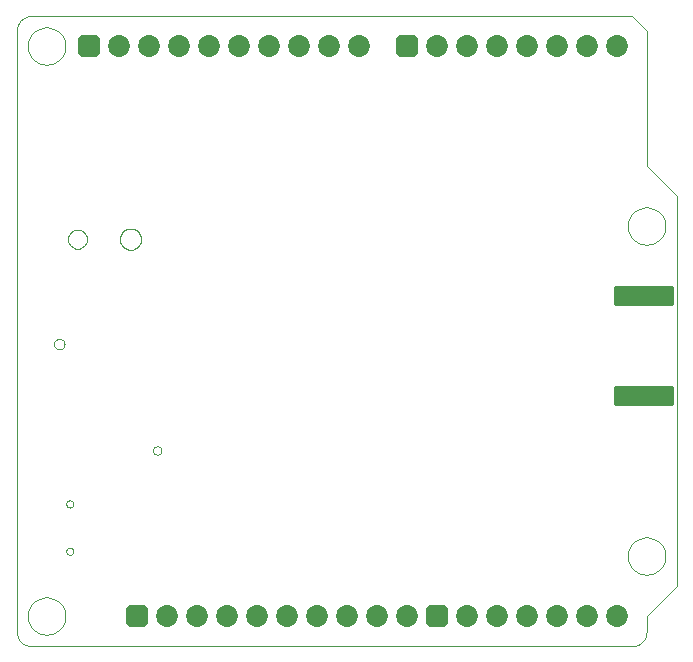
<source format=gbr>
G04 PROTEUS RS274X GERBER FILE*
%FSLAX45Y45*%
%MOMM*%
G01*
%AMPPAD045*
4,1,36,
-0.495200,0.927000,
0.495200,0.927000,
0.583490,0.918410,
0.665130,0.893690,
0.738560,0.854420,
0.802180,0.802180,
0.854420,0.738560,
0.893690,0.665130,
0.918410,0.583490,
0.927000,0.495200,
0.927000,-0.495200,
0.918410,-0.583490,
0.893690,-0.665130,
0.854420,-0.738560,
0.802180,-0.802180,
0.738560,-0.854420,
0.665130,-0.893690,
0.583490,-0.918410,
0.495200,-0.927000,
-0.495200,-0.927000,
-0.583490,-0.918410,
-0.665130,-0.893690,
-0.738560,-0.854420,
-0.802180,-0.802180,
-0.854420,-0.738560,
-0.893690,-0.665130,
-0.918410,-0.583490,
-0.927000,-0.495200,
-0.927000,0.495200,
-0.918410,0.583490,
-0.893690,0.665130,
-0.854420,0.738560,
-0.802180,0.802180,
-0.738560,0.854420,
-0.665130,0.893690,
-0.583490,0.918410,
-0.495200,0.927000,
0*%
%ADD51PPAD045*%
%ADD52C,1.854000*%
%AMPPAD072*
4,1,36,
-2.375000,0.877000,
2.375000,0.877000,
2.400970,0.874470,
2.424980,0.867200,
2.446580,0.855650,
2.465290,0.840290,
2.480650,0.821570,
2.492200,0.799980,
2.499470,0.775970,
2.502000,0.750000,
2.502000,-0.750000,
2.499470,-0.775970,
2.492200,-0.799980,
2.480650,-0.821570,
2.465290,-0.840290,
2.446580,-0.855650,
2.424980,-0.867200,
2.400970,-0.874470,
2.375000,-0.877000,
-2.375000,-0.877000,
-2.400970,-0.874470,
-2.424980,-0.867200,
-2.446580,-0.855650,
-2.465290,-0.840290,
-2.480650,-0.821570,
-2.492200,-0.799980,
-2.499470,-0.775970,
-2.502000,-0.750000,
-2.502000,0.750000,
-2.499470,0.775970,
-2.492200,0.799980,
-2.480650,0.821570,
-2.465290,0.840290,
-2.446580,0.855650,
-2.424980,0.867200,
-2.400970,0.874470,
-2.375000,0.877000,
0*%
%ADD82PPAD072*%
%ADD42C,0.025400*%
D51*
X+1016000Y+254000D03*
D52*
X+1270000Y+254000D03*
X+1524000Y+254000D03*
X+1778000Y+254000D03*
X+2032000Y+254000D03*
X+2286000Y+254000D03*
X+2540000Y+254000D03*
X+2794000Y+254000D03*
X+3048000Y+254000D03*
X+3302000Y+254000D03*
D51*
X+3556000Y+254000D03*
D52*
X+3810000Y+254000D03*
X+4064000Y+254000D03*
X+4318000Y+254000D03*
X+4572000Y+254000D03*
X+4826000Y+254000D03*
X+5080000Y+254000D03*
D51*
X+609600Y+5080000D03*
D52*
X+863600Y+5080000D03*
X+1117600Y+5080000D03*
X+1371600Y+5080000D03*
X+1625600Y+5080000D03*
X+1879600Y+5080000D03*
X+2133600Y+5080000D03*
X+2387600Y+5080000D03*
X+2641600Y+5080000D03*
X+2895600Y+5080000D03*
D51*
X+3302000Y+5080000D03*
D52*
X+3556000Y+5080000D03*
X+3810000Y+5080000D03*
X+4064000Y+5080000D03*
X+4318000Y+5080000D03*
X+4572000Y+5080000D03*
X+4826000Y+5080000D03*
X+5080000Y+5080000D03*
D82*
X+5314950Y+2117500D03*
X+5314950Y+2962500D03*
D42*
X+5492750Y+762000D02*
X+5492220Y+774958D01*
X+5487916Y+800876D01*
X+5478925Y+826794D01*
X+5464280Y+852712D01*
X+5441876Y+878466D01*
X+5415958Y+897958D01*
X+5390040Y+910530D01*
X+5364122Y+917866D01*
X+5338204Y+920694D01*
X+5334000Y+920750D01*
X+5175250Y+762000D02*
X+5175780Y+774958D01*
X+5180084Y+800876D01*
X+5189075Y+826794D01*
X+5203720Y+852712D01*
X+5226124Y+878466D01*
X+5252042Y+897958D01*
X+5277960Y+910530D01*
X+5303878Y+917866D01*
X+5329796Y+920694D01*
X+5334000Y+920750D01*
X+5175250Y+762000D02*
X+5175780Y+749042D01*
X+5180084Y+723124D01*
X+5189075Y+697206D01*
X+5203720Y+671288D01*
X+5226124Y+645534D01*
X+5252042Y+626042D01*
X+5277960Y+613470D01*
X+5303878Y+606134D01*
X+5329796Y+603306D01*
X+5334000Y+603250D01*
X+5492750Y+762000D02*
X+5492220Y+749042D01*
X+5487916Y+723124D01*
X+5478925Y+697206D01*
X+5464280Y+671288D01*
X+5441876Y+645534D01*
X+5415958Y+626042D01*
X+5390040Y+613470D01*
X+5364122Y+606134D01*
X+5338204Y+603306D01*
X+5334000Y+603250D01*
X+5492750Y+3556000D02*
X+5492220Y+3568958D01*
X+5487916Y+3594876D01*
X+5478925Y+3620794D01*
X+5464280Y+3646712D01*
X+5441876Y+3672466D01*
X+5415958Y+3691958D01*
X+5390040Y+3704530D01*
X+5364122Y+3711866D01*
X+5338204Y+3714694D01*
X+5334000Y+3714750D01*
X+5175250Y+3556000D02*
X+5175780Y+3568958D01*
X+5180084Y+3594876D01*
X+5189075Y+3620794D01*
X+5203720Y+3646712D01*
X+5226124Y+3672466D01*
X+5252042Y+3691958D01*
X+5277960Y+3704530D01*
X+5303878Y+3711866D01*
X+5329796Y+3714694D01*
X+5334000Y+3714750D01*
X+5175250Y+3556000D02*
X+5175780Y+3543042D01*
X+5180084Y+3517124D01*
X+5189075Y+3491206D01*
X+5203720Y+3465288D01*
X+5226124Y+3439534D01*
X+5252042Y+3420042D01*
X+5277960Y+3407470D01*
X+5303878Y+3400134D01*
X+5329796Y+3397306D01*
X+5334000Y+3397250D01*
X+5492750Y+3556000D02*
X+5492220Y+3543042D01*
X+5487916Y+3517124D01*
X+5478925Y+3491206D01*
X+5464280Y+3465288D01*
X+5441876Y+3439534D01*
X+5415958Y+3420042D01*
X+5390040Y+3407470D01*
X+5364122Y+3400134D01*
X+5338204Y+3397306D01*
X+5334000Y+3397250D01*
X+412750Y+5080000D02*
X+412220Y+5092958D01*
X+407916Y+5118876D01*
X+398925Y+5144794D01*
X+384280Y+5170712D01*
X+361876Y+5196466D01*
X+335958Y+5215958D01*
X+310040Y+5228530D01*
X+284122Y+5235866D01*
X+258204Y+5238694D01*
X+254000Y+5238750D01*
X+95250Y+5080000D02*
X+95780Y+5092958D01*
X+100084Y+5118876D01*
X+109075Y+5144794D01*
X+123720Y+5170712D01*
X+146124Y+5196466D01*
X+172042Y+5215958D01*
X+197960Y+5228530D01*
X+223878Y+5235866D01*
X+249796Y+5238694D01*
X+254000Y+5238750D01*
X+95250Y+5080000D02*
X+95780Y+5067042D01*
X+100084Y+5041124D01*
X+109075Y+5015206D01*
X+123720Y+4989288D01*
X+146124Y+4963534D01*
X+172042Y+4944042D01*
X+197960Y+4931470D01*
X+223878Y+4924134D01*
X+249796Y+4921306D01*
X+254000Y+4921250D01*
X+412750Y+5080000D02*
X+412220Y+5067042D01*
X+407916Y+5041124D01*
X+398925Y+5015206D01*
X+384280Y+4989288D01*
X+361876Y+4963534D01*
X+335958Y+4944042D01*
X+310040Y+4931470D01*
X+284122Y+4924134D01*
X+258204Y+4921306D01*
X+254000Y+4921250D01*
X+412750Y+254000D02*
X+412220Y+266958D01*
X+407916Y+292876D01*
X+398925Y+318794D01*
X+384280Y+344712D01*
X+361876Y+370466D01*
X+335958Y+389958D01*
X+310040Y+402530D01*
X+284122Y+409866D01*
X+258204Y+412694D01*
X+254000Y+412750D01*
X+95250Y+254000D02*
X+95780Y+266958D01*
X+100084Y+292876D01*
X+109075Y+318794D01*
X+123720Y+344712D01*
X+146124Y+370466D01*
X+172042Y+389958D01*
X+197960Y+402530D01*
X+223878Y+409866D01*
X+249796Y+412694D01*
X+254000Y+412750D01*
X+95250Y+254000D02*
X+95780Y+241042D01*
X+100084Y+215124D01*
X+109075Y+189206D01*
X+123720Y+163288D01*
X+146124Y+137534D01*
X+172042Y+118042D01*
X+197960Y+105470D01*
X+223878Y+98134D01*
X+249796Y+95306D01*
X+254000Y+95250D01*
X+412750Y+254000D02*
X+412220Y+241042D01*
X+407916Y+215124D01*
X+398925Y+189206D01*
X+384280Y+163288D01*
X+361876Y+137534D01*
X+335958Y+118042D01*
X+310040Y+105470D01*
X+284122Y+98134D01*
X+258204Y+95306D01*
X+254000Y+95250D01*
X+0Y+127000D02*
X+2527Y+101032D01*
X+9798Y+77018D01*
X+21348Y+55423D01*
X+36711Y+36711D01*
X+55423Y+21347D01*
X+77018Y+9798D01*
X+101032Y+2527D01*
X+127000Y+0D01*
X+5207000Y+0D01*
X+5232967Y+2527D01*
X+5256981Y+9798D01*
X+5278577Y+21347D01*
X+5297289Y+36711D01*
X+5312652Y+55423D01*
X+5324202Y+77018D01*
X+5331473Y+101032D01*
X+5334000Y+127000D01*
X+5334000Y+254000D01*
X+5588000Y+508000D01*
X+5588000Y+3810000D01*
X+5334000Y+4064000D01*
X+5334000Y+5207000D01*
X+5207000Y+5334000D01*
X+127000Y+5334000D01*
X+101032Y+5331473D01*
X+77018Y+5324202D01*
X+55423Y+5312652D01*
X+36711Y+5297289D01*
X+21348Y+5278577D01*
X+9798Y+5256981D01*
X+2527Y+5232967D01*
X+0Y+5207000D01*
X+0Y+127000D01*
X+480300Y+803300D02*
X+480197Y+805789D01*
X+479355Y+810769D01*
X+477595Y+815749D01*
X+474718Y+820729D01*
X+470317Y+825645D01*
X+465337Y+829259D01*
X+460357Y+831564D01*
X+455377Y+832867D01*
X+450397Y+833300D01*
X+450300Y+833300D01*
X+420300Y+803300D02*
X+420403Y+805789D01*
X+421245Y+810769D01*
X+423005Y+815749D01*
X+425882Y+820729D01*
X+430283Y+825645D01*
X+435263Y+829259D01*
X+440243Y+831564D01*
X+445223Y+832867D01*
X+450203Y+833300D01*
X+450300Y+833300D01*
X+420300Y+803300D02*
X+420403Y+800811D01*
X+421245Y+795831D01*
X+423005Y+790851D01*
X+425882Y+785871D01*
X+430283Y+780955D01*
X+435263Y+777341D01*
X+440243Y+775036D01*
X+445223Y+773733D01*
X+450203Y+773300D01*
X+450300Y+773300D01*
X+480300Y+803300D02*
X+480197Y+800811D01*
X+479355Y+795831D01*
X+477595Y+790851D01*
X+474718Y+785871D01*
X+470317Y+780955D01*
X+465337Y+777341D01*
X+460357Y+775036D01*
X+455377Y+773733D01*
X+450397Y+773300D01*
X+450300Y+773300D01*
X+480300Y+1203300D02*
X+480197Y+1205789D01*
X+479355Y+1210769D01*
X+477595Y+1215749D01*
X+474718Y+1220729D01*
X+470317Y+1225645D01*
X+465337Y+1229259D01*
X+460357Y+1231564D01*
X+455377Y+1232867D01*
X+450397Y+1233300D01*
X+450300Y+1233300D01*
X+420300Y+1203300D02*
X+420403Y+1205789D01*
X+421245Y+1210769D01*
X+423005Y+1215749D01*
X+425882Y+1220729D01*
X+430283Y+1225645D01*
X+435263Y+1229259D01*
X+440243Y+1231564D01*
X+445223Y+1232867D01*
X+450203Y+1233300D01*
X+450300Y+1233300D01*
X+420300Y+1203300D02*
X+420403Y+1200811D01*
X+421245Y+1195831D01*
X+423005Y+1190851D01*
X+425882Y+1185871D01*
X+430283Y+1180955D01*
X+435263Y+1177341D01*
X+440243Y+1175036D01*
X+445223Y+1173733D01*
X+450203Y+1173300D01*
X+450300Y+1173300D01*
X+480300Y+1203300D02*
X+480197Y+1200811D01*
X+479355Y+1195831D01*
X+477595Y+1190851D01*
X+474718Y+1185871D01*
X+470317Y+1180955D01*
X+465337Y+1177341D01*
X+460357Y+1175036D01*
X+455377Y+1173733D01*
X+450397Y+1173300D01*
X+450300Y+1173300D01*
X+594700Y+3443900D02*
X+594428Y+3450496D01*
X+592214Y+3463690D01*
X+587584Y+3476884D01*
X+580027Y+3490078D01*
X+568465Y+3503140D01*
X+555271Y+3512849D01*
X+542077Y+3519070D01*
X+528883Y+3522633D01*
X+515689Y+3523894D01*
X+514700Y+3523900D01*
X+434700Y+3443900D02*
X+434972Y+3450496D01*
X+437186Y+3463690D01*
X+441816Y+3476884D01*
X+449373Y+3490078D01*
X+460935Y+3503140D01*
X+474129Y+3512849D01*
X+487323Y+3519070D01*
X+500517Y+3522633D01*
X+513711Y+3523894D01*
X+514700Y+3523900D01*
X+434700Y+3443900D02*
X+434972Y+3437304D01*
X+437186Y+3424110D01*
X+441816Y+3410916D01*
X+449373Y+3397722D01*
X+460935Y+3384660D01*
X+474129Y+3374951D01*
X+487323Y+3368730D01*
X+500517Y+3365167D01*
X+513711Y+3363906D01*
X+514700Y+3363900D01*
X+594700Y+3443900D02*
X+594428Y+3437304D01*
X+592214Y+3424110D01*
X+587584Y+3410916D01*
X+580027Y+3397722D01*
X+568465Y+3384660D01*
X+555271Y+3374951D01*
X+542077Y+3368730D01*
X+528883Y+3365167D01*
X+515689Y+3363906D01*
X+514700Y+3363900D01*
X+1054700Y+3443900D02*
X+1054394Y+3451311D01*
X+1051910Y+3466135D01*
X+1046716Y+3480959D01*
X+1038240Y+3495783D01*
X+1025272Y+3510466D01*
X+1010448Y+3521406D01*
X+995624Y+3528420D01*
X+980800Y+3532448D01*
X+965976Y+3533891D01*
X+964700Y+3533900D01*
X+874700Y+3443900D02*
X+875006Y+3451311D01*
X+877490Y+3466135D01*
X+882684Y+3480959D01*
X+891160Y+3495783D01*
X+904128Y+3510466D01*
X+918952Y+3521406D01*
X+933776Y+3528420D01*
X+948600Y+3532448D01*
X+963424Y+3533891D01*
X+964700Y+3533900D01*
X+874700Y+3443900D02*
X+875006Y+3436489D01*
X+877490Y+3421665D01*
X+882684Y+3406841D01*
X+891160Y+3392017D01*
X+904128Y+3377334D01*
X+918952Y+3366394D01*
X+933776Y+3359380D01*
X+948600Y+3355352D01*
X+963424Y+3353909D01*
X+964700Y+3353900D01*
X+1054700Y+3443900D02*
X+1054394Y+3436489D01*
X+1051910Y+3421665D01*
X+1046716Y+3406841D01*
X+1038240Y+3392017D01*
X+1025272Y+3377334D01*
X+1010448Y+3366394D01*
X+995624Y+3359380D01*
X+980800Y+3355352D01*
X+965976Y+3353909D01*
X+964700Y+3353900D01*
X+1225050Y+1656200D02*
X+1224929Y+1659102D01*
X+1223949Y+1664908D01*
X+1221899Y+1670714D01*
X+1218547Y+1676520D01*
X+1213421Y+1682254D01*
X+1207615Y+1686473D01*
X+1201809Y+1689166D01*
X+1196003Y+1690690D01*
X+1190197Y+1691200D01*
X+1190050Y+1691200D01*
X+1155050Y+1656200D02*
X+1155171Y+1659102D01*
X+1156151Y+1664908D01*
X+1158201Y+1670714D01*
X+1161553Y+1676520D01*
X+1166679Y+1682254D01*
X+1172485Y+1686473D01*
X+1178291Y+1689166D01*
X+1184097Y+1690690D01*
X+1189903Y+1691200D01*
X+1190050Y+1691200D01*
X+1155050Y+1656200D02*
X+1155171Y+1653298D01*
X+1156151Y+1647492D01*
X+1158201Y+1641686D01*
X+1161553Y+1635880D01*
X+1166679Y+1630146D01*
X+1172485Y+1625927D01*
X+1178291Y+1623234D01*
X+1184097Y+1621710D01*
X+1189903Y+1621200D01*
X+1190050Y+1621200D01*
X+1225050Y+1656200D02*
X+1224929Y+1653298D01*
X+1223949Y+1647492D01*
X+1221899Y+1641686D01*
X+1218547Y+1635880D01*
X+1213421Y+1630146D01*
X+1207615Y+1625927D01*
X+1201809Y+1623234D01*
X+1196003Y+1621710D01*
X+1190197Y+1621200D01*
X+1190050Y+1621200D01*
X+405050Y+2556200D02*
X+404895Y+2559927D01*
X+403639Y+2567382D01*
X+401009Y+2574837D01*
X+396713Y+2582292D01*
X+390143Y+2589658D01*
X+382688Y+2595091D01*
X+375233Y+2598561D01*
X+367778Y+2600531D01*
X+360323Y+2601199D01*
X+360050Y+2601200D01*
X+315050Y+2556200D02*
X+315205Y+2559927D01*
X+316461Y+2567382D01*
X+319091Y+2574837D01*
X+323387Y+2582292D01*
X+329957Y+2589658D01*
X+337412Y+2595091D01*
X+344867Y+2598561D01*
X+352322Y+2600531D01*
X+359777Y+2601199D01*
X+360050Y+2601200D01*
X+315050Y+2556200D02*
X+315205Y+2552473D01*
X+316461Y+2545018D01*
X+319091Y+2537563D01*
X+323387Y+2530108D01*
X+329957Y+2522742D01*
X+337412Y+2517309D01*
X+344867Y+2513839D01*
X+352322Y+2511869D01*
X+359777Y+2511201D01*
X+360050Y+2511200D01*
X+405050Y+2556200D02*
X+404895Y+2552473D01*
X+403639Y+2545018D01*
X+401009Y+2537563D01*
X+396713Y+2530108D01*
X+390143Y+2522742D01*
X+382688Y+2517309D01*
X+375233Y+2513839D01*
X+367778Y+2511869D01*
X+360323Y+2511201D01*
X+360050Y+2511200D01*
M02*

</source>
